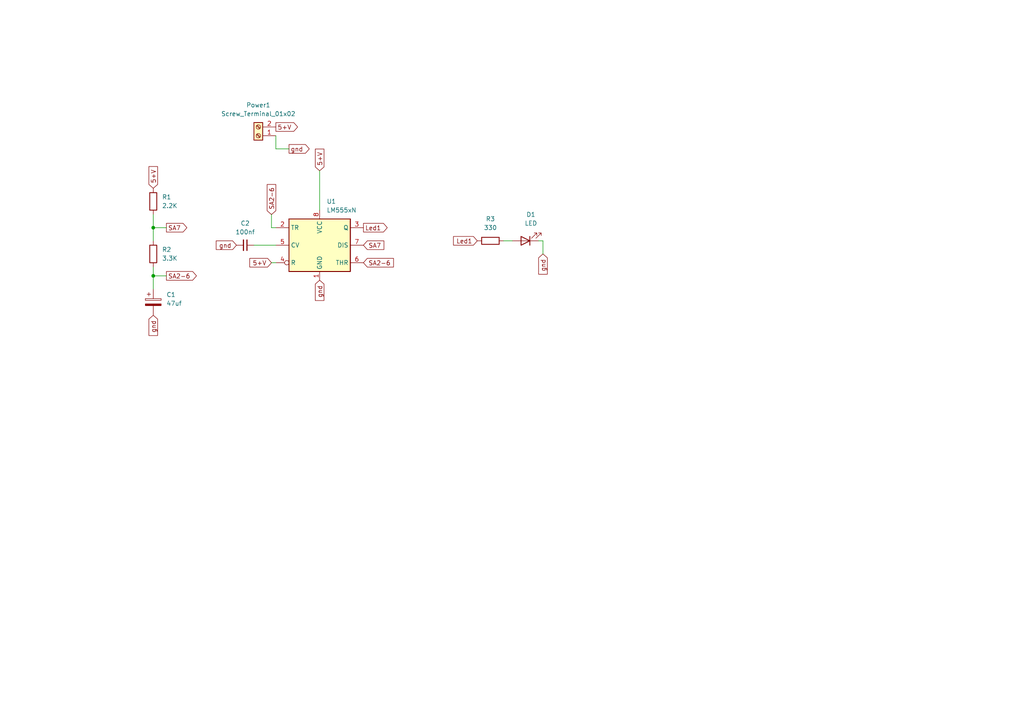
<source format=kicad_sch>
(kicad_sch (version 20211123) (generator eeschema)

  (uuid 63ca3b50-e810-4069-998d-78d5cc9db582)

  (paper "A4")

  (lib_symbols
    (symbol "Connector:Screw_Terminal_01x02" (pin_names (offset 1.016) hide) (in_bom yes) (on_board yes)
      (property "Reference" "J" (id 0) (at 0 2.54 0)
        (effects (font (size 1.27 1.27)))
      )
      (property "Value" "Screw_Terminal_01x02" (id 1) (at 0 -5.08 0)
        (effects (font (size 1.27 1.27)))
      )
      (property "Footprint" "" (id 2) (at 0 0 0)
        (effects (font (size 1.27 1.27)) hide)
      )
      (property "Datasheet" "~" (id 3) (at 0 0 0)
        (effects (font (size 1.27 1.27)) hide)
      )
      (property "ki_keywords" "screw terminal" (id 4) (at 0 0 0)
        (effects (font (size 1.27 1.27)) hide)
      )
      (property "ki_description" "Generic screw terminal, single row, 01x02, script generated (kicad-library-utils/schlib/autogen/connector/)" (id 5) (at 0 0 0)
        (effects (font (size 1.27 1.27)) hide)
      )
      (property "ki_fp_filters" "TerminalBlock*:*" (id 6) (at 0 0 0)
        (effects (font (size 1.27 1.27)) hide)
      )
      (symbol "Screw_Terminal_01x02_1_1"
        (rectangle (start -1.27 1.27) (end 1.27 -3.81)
          (stroke (width 0.254) (type default) (color 0 0 0 0))
          (fill (type background))
        )
        (circle (center 0 -2.54) (radius 0.635)
          (stroke (width 0.1524) (type default) (color 0 0 0 0))
          (fill (type none))
        )
        (polyline
          (pts
            (xy -0.5334 -2.2098)
            (xy 0.3302 -3.048)
          )
          (stroke (width 0.1524) (type default) (color 0 0 0 0))
          (fill (type none))
        )
        (polyline
          (pts
            (xy -0.5334 0.3302)
            (xy 0.3302 -0.508)
          )
          (stroke (width 0.1524) (type default) (color 0 0 0 0))
          (fill (type none))
        )
        (polyline
          (pts
            (xy -0.3556 -2.032)
            (xy 0.508 -2.8702)
          )
          (stroke (width 0.1524) (type default) (color 0 0 0 0))
          (fill (type none))
        )
        (polyline
          (pts
            (xy -0.3556 0.508)
            (xy 0.508 -0.3302)
          )
          (stroke (width 0.1524) (type default) (color 0 0 0 0))
          (fill (type none))
        )
        (circle (center 0 0) (radius 0.635)
          (stroke (width 0.1524) (type default) (color 0 0 0 0))
          (fill (type none))
        )
        (pin passive line (at -5.08 0 0) (length 3.81)
          (name "Pin_1" (effects (font (size 1.27 1.27))))
          (number "1" (effects (font (size 1.27 1.27))))
        )
        (pin passive line (at -5.08 -2.54 0) (length 3.81)
          (name "Pin_2" (effects (font (size 1.27 1.27))))
          (number "2" (effects (font (size 1.27 1.27))))
        )
      )
    )
    (symbol "Device:C_Polarized" (pin_numbers hide) (pin_names (offset 0.254)) (in_bom yes) (on_board yes)
      (property "Reference" "C" (id 0) (at 0.635 2.54 0)
        (effects (font (size 1.27 1.27)) (justify left))
      )
      (property "Value" "C_Polarized" (id 1) (at 0.635 -2.54 0)
        (effects (font (size 1.27 1.27)) (justify left))
      )
      (property "Footprint" "" (id 2) (at 0.9652 -3.81 0)
        (effects (font (size 1.27 1.27)) hide)
      )
      (property "Datasheet" "~" (id 3) (at 0 0 0)
        (effects (font (size 1.27 1.27)) hide)
      )
      (property "ki_keywords" "cap capacitor" (id 4) (at 0 0 0)
        (effects (font (size 1.27 1.27)) hide)
      )
      (property "ki_description" "Polarized capacitor" (id 5) (at 0 0 0)
        (effects (font (size 1.27 1.27)) hide)
      )
      (property "ki_fp_filters" "CP_*" (id 6) (at 0 0 0)
        (effects (font (size 1.27 1.27)) hide)
      )
      (symbol "C_Polarized_0_1"
        (rectangle (start -2.286 0.508) (end 2.286 1.016)
          (stroke (width 0) (type default) (color 0 0 0 0))
          (fill (type none))
        )
        (polyline
          (pts
            (xy -1.778 2.286)
            (xy -0.762 2.286)
          )
          (stroke (width 0) (type default) (color 0 0 0 0))
          (fill (type none))
        )
        (polyline
          (pts
            (xy -1.27 2.794)
            (xy -1.27 1.778)
          )
          (stroke (width 0) (type default) (color 0 0 0 0))
          (fill (type none))
        )
        (rectangle (start 2.286 -0.508) (end -2.286 -1.016)
          (stroke (width 0) (type default) (color 0 0 0 0))
          (fill (type outline))
        )
      )
      (symbol "C_Polarized_1_1"
        (pin passive line (at 0 3.81 270) (length 2.794)
          (name "~" (effects (font (size 1.27 1.27))))
          (number "1" (effects (font (size 1.27 1.27))))
        )
        (pin passive line (at 0 -3.81 90) (length 2.794)
          (name "~" (effects (font (size 1.27 1.27))))
          (number "2" (effects (font (size 1.27 1.27))))
        )
      )
    )
    (symbol "Device:C_Small" (pin_numbers hide) (pin_names (offset 0.254) hide) (in_bom yes) (on_board yes)
      (property "Reference" "C" (id 0) (at 0.254 1.778 0)
        (effects (font (size 1.27 1.27)) (justify left))
      )
      (property "Value" "C_Small" (id 1) (at 0.254 -2.032 0)
        (effects (font (size 1.27 1.27)) (justify left))
      )
      (property "Footprint" "" (id 2) (at 0 0 0)
        (effects (font (size 1.27 1.27)) hide)
      )
      (property "Datasheet" "~" (id 3) (at 0 0 0)
        (effects (font (size 1.27 1.27)) hide)
      )
      (property "ki_keywords" "capacitor cap" (id 4) (at 0 0 0)
        (effects (font (size 1.27 1.27)) hide)
      )
      (property "ki_description" "Unpolarized capacitor, small symbol" (id 5) (at 0 0 0)
        (effects (font (size 1.27 1.27)) hide)
      )
      (property "ki_fp_filters" "C_*" (id 6) (at 0 0 0)
        (effects (font (size 1.27 1.27)) hide)
      )
      (symbol "C_Small_0_1"
        (polyline
          (pts
            (xy -1.524 -0.508)
            (xy 1.524 -0.508)
          )
          (stroke (width 0.3302) (type default) (color 0 0 0 0))
          (fill (type none))
        )
        (polyline
          (pts
            (xy -1.524 0.508)
            (xy 1.524 0.508)
          )
          (stroke (width 0.3048) (type default) (color 0 0 0 0))
          (fill (type none))
        )
      )
      (symbol "C_Small_1_1"
        (pin passive line (at 0 2.54 270) (length 2.032)
          (name "~" (effects (font (size 1.27 1.27))))
          (number "1" (effects (font (size 1.27 1.27))))
        )
        (pin passive line (at 0 -2.54 90) (length 2.032)
          (name "~" (effects (font (size 1.27 1.27))))
          (number "2" (effects (font (size 1.27 1.27))))
        )
      )
    )
    (symbol "Device:LED" (pin_numbers hide) (pin_names (offset 1.016) hide) (in_bom yes) (on_board yes)
      (property "Reference" "D" (id 0) (at 0 2.54 0)
        (effects (font (size 1.27 1.27)))
      )
      (property "Value" "LED" (id 1) (at 0 -2.54 0)
        (effects (font (size 1.27 1.27)))
      )
      (property "Footprint" "" (id 2) (at 0 0 0)
        (effects (font (size 1.27 1.27)) hide)
      )
      (property "Datasheet" "~" (id 3) (at 0 0 0)
        (effects (font (size 1.27 1.27)) hide)
      )
      (property "ki_keywords" "LED diode" (id 4) (at 0 0 0)
        (effects (font (size 1.27 1.27)) hide)
      )
      (property "ki_description" "Light emitting diode" (id 5) (at 0 0 0)
        (effects (font (size 1.27 1.27)) hide)
      )
      (property "ki_fp_filters" "LED* LED_SMD:* LED_THT:*" (id 6) (at 0 0 0)
        (effects (font (size 1.27 1.27)) hide)
      )
      (symbol "LED_0_1"
        (polyline
          (pts
            (xy -1.27 -1.27)
            (xy -1.27 1.27)
          )
          (stroke (width 0.254) (type default) (color 0 0 0 0))
          (fill (type none))
        )
        (polyline
          (pts
            (xy -1.27 0)
            (xy 1.27 0)
          )
          (stroke (width 0) (type default) (color 0 0 0 0))
          (fill (type none))
        )
        (polyline
          (pts
            (xy 1.27 -1.27)
            (xy 1.27 1.27)
            (xy -1.27 0)
            (xy 1.27 -1.27)
          )
          (stroke (width 0.254) (type default) (color 0 0 0 0))
          (fill (type none))
        )
        (polyline
          (pts
            (xy -3.048 -0.762)
            (xy -4.572 -2.286)
            (xy -3.81 -2.286)
            (xy -4.572 -2.286)
            (xy -4.572 -1.524)
          )
          (stroke (width 0) (type default) (color 0 0 0 0))
          (fill (type none))
        )
        (polyline
          (pts
            (xy -1.778 -0.762)
            (xy -3.302 -2.286)
            (xy -2.54 -2.286)
            (xy -3.302 -2.286)
            (xy -3.302 -1.524)
          )
          (stroke (width 0) (type default) (color 0 0 0 0))
          (fill (type none))
        )
      )
      (symbol "LED_1_1"
        (pin passive line (at -3.81 0 0) (length 2.54)
          (name "K" (effects (font (size 1.27 1.27))))
          (number "1" (effects (font (size 1.27 1.27))))
        )
        (pin passive line (at 3.81 0 180) (length 2.54)
          (name "A" (effects (font (size 1.27 1.27))))
          (number "2" (effects (font (size 1.27 1.27))))
        )
      )
    )
    (symbol "Device:R" (pin_numbers hide) (pin_names (offset 0)) (in_bom yes) (on_board yes)
      (property "Reference" "R" (id 0) (at 2.032 0 90)
        (effects (font (size 1.27 1.27)))
      )
      (property "Value" "R" (id 1) (at 0 0 90)
        (effects (font (size 1.27 1.27)))
      )
      (property "Footprint" "" (id 2) (at -1.778 0 90)
        (effects (font (size 1.27 1.27)) hide)
      )
      (property "Datasheet" "~" (id 3) (at 0 0 0)
        (effects (font (size 1.27 1.27)) hide)
      )
      (property "ki_keywords" "R res resistor" (id 4) (at 0 0 0)
        (effects (font (size 1.27 1.27)) hide)
      )
      (property "ki_description" "Resistor" (id 5) (at 0 0 0)
        (effects (font (size 1.27 1.27)) hide)
      )
      (property "ki_fp_filters" "R_*" (id 6) (at 0 0 0)
        (effects (font (size 1.27 1.27)) hide)
      )
      (symbol "R_0_1"
        (rectangle (start -1.016 -2.54) (end 1.016 2.54)
          (stroke (width 0.254) (type default) (color 0 0 0 0))
          (fill (type none))
        )
      )
      (symbol "R_1_1"
        (pin passive line (at 0 3.81 270) (length 1.27)
          (name "~" (effects (font (size 1.27 1.27))))
          (number "1" (effects (font (size 1.27 1.27))))
        )
        (pin passive line (at 0 -3.81 90) (length 1.27)
          (name "~" (effects (font (size 1.27 1.27))))
          (number "2" (effects (font (size 1.27 1.27))))
        )
      )
    )
    (symbol "Timer:LM555xN" (in_bom yes) (on_board yes)
      (property "Reference" "U" (id 0) (at -10.16 8.89 0)
        (effects (font (size 1.27 1.27)) (justify left))
      )
      (property "Value" "LM555xN" (id 1) (at 2.54 8.89 0)
        (effects (font (size 1.27 1.27)) (justify left))
      )
      (property "Footprint" "Package_DIP:DIP-8_W7.62mm" (id 2) (at 16.51 -10.16 0)
        (effects (font (size 1.27 1.27)) hide)
      )
      (property "Datasheet" "http://www.ti.com/lit/ds/symlink/lm555.pdf" (id 3) (at 21.59 -10.16 0)
        (effects (font (size 1.27 1.27)) hide)
      )
      (property "ki_keywords" "single timer 555" (id 4) (at 0 0 0)
        (effects (font (size 1.27 1.27)) hide)
      )
      (property "ki_description" "Timer, 555 compatible, PDIP-8" (id 5) (at 0 0 0)
        (effects (font (size 1.27 1.27)) hide)
      )
      (property "ki_fp_filters" "DIP*W7.62mm*" (id 6) (at 0 0 0)
        (effects (font (size 1.27 1.27)) hide)
      )
      (symbol "LM555xN_0_0"
        (pin power_in line (at 0 -10.16 90) (length 2.54)
          (name "GND" (effects (font (size 1.27 1.27))))
          (number "1" (effects (font (size 1.27 1.27))))
        )
        (pin power_in line (at 0 10.16 270) (length 2.54)
          (name "VCC" (effects (font (size 1.27 1.27))))
          (number "8" (effects (font (size 1.27 1.27))))
        )
      )
      (symbol "LM555xN_0_1"
        (rectangle (start -8.89 -7.62) (end 8.89 7.62)
          (stroke (width 0.254) (type default) (color 0 0 0 0))
          (fill (type background))
        )
        (rectangle (start -8.89 -7.62) (end 8.89 7.62)
          (stroke (width 0.254) (type default) (color 0 0 0 0))
          (fill (type background))
        )
      )
      (symbol "LM555xN_1_1"
        (pin input line (at -12.7 5.08 0) (length 3.81)
          (name "TR" (effects (font (size 1.27 1.27))))
          (number "2" (effects (font (size 1.27 1.27))))
        )
        (pin output line (at 12.7 5.08 180) (length 3.81)
          (name "Q" (effects (font (size 1.27 1.27))))
          (number "3" (effects (font (size 1.27 1.27))))
        )
        (pin input inverted (at -12.7 -5.08 0) (length 3.81)
          (name "R" (effects (font (size 1.27 1.27))))
          (number "4" (effects (font (size 1.27 1.27))))
        )
        (pin input line (at -12.7 0 0) (length 3.81)
          (name "CV" (effects (font (size 1.27 1.27))))
          (number "5" (effects (font (size 1.27 1.27))))
        )
        (pin input line (at 12.7 -5.08 180) (length 3.81)
          (name "THR" (effects (font (size 1.27 1.27))))
          (number "6" (effects (font (size 1.27 1.27))))
        )
        (pin input line (at 12.7 0 180) (length 3.81)
          (name "DIS" (effects (font (size 1.27 1.27))))
          (number "7" (effects (font (size 1.27 1.27))))
        )
      )
    )
  )

  (junction (at 44.45 66.04) (diameter 0) (color 0 0 0 0)
    (uuid 2cffeba7-f7b7-40fa-acb7-912a37565210)
  )
  (junction (at 44.45 80.01) (diameter 0) (color 0 0 0 0)
    (uuid eef0e7c7-68d5-40db-a6bd-1fa10055d6d9)
  )

  (wire (pts (xy 92.71 49.53) (xy 92.71 60.96))
    (stroke (width 0) (type default) (color 0 0 0 0))
    (uuid 23b9fc86-ceb5-4e0a-ad3b-a85e280a741a)
  )
  (wire (pts (xy 78.74 76.2) (xy 80.01 76.2))
    (stroke (width 0) (type default) (color 0 0 0 0))
    (uuid 294a721d-1d76-433f-930d-173fb990ae65)
  )
  (wire (pts (xy 80.01 39.37) (xy 80.01 43.18))
    (stroke (width 0) (type default) (color 0 0 0 0))
    (uuid 3aac3690-8a1a-4b3f-a6a2-2b5a94f786df)
  )
  (wire (pts (xy 78.74 66.04) (xy 78.74 62.23))
    (stroke (width 0) (type default) (color 0 0 0 0))
    (uuid 3dde6c69-d99f-490b-87e0-ab61a45de986)
  )
  (wire (pts (xy 44.45 66.04) (xy 44.45 69.85))
    (stroke (width 0) (type default) (color 0 0 0 0))
    (uuid 5520606b-37e7-4851-9737-86bae831adf9)
  )
  (wire (pts (xy 44.45 77.47) (xy 44.45 80.01))
    (stroke (width 0) (type default) (color 0 0 0 0))
    (uuid 5eeee8b5-af60-4ed9-8c81-053ffbe5e928)
  )
  (wire (pts (xy 80.01 43.18) (xy 83.82 43.18))
    (stroke (width 0) (type default) (color 0 0 0 0))
    (uuid 73530aa1-38ad-4607-8569-64749f79d506)
  )
  (wire (pts (xy 44.45 80.01) (xy 48.26 80.01))
    (stroke (width 0) (type default) (color 0 0 0 0))
    (uuid 77ed262f-3770-4e54-a0bd-fc8a226637b2)
  )
  (wire (pts (xy 73.66 71.12) (xy 80.01 71.12))
    (stroke (width 0) (type default) (color 0 0 0 0))
    (uuid 7b29bef0-7d3f-4be2-88c2-8b2e0cfe305f)
  )
  (wire (pts (xy 146.05 69.85) (xy 148.59 69.85))
    (stroke (width 0) (type default) (color 0 0 0 0))
    (uuid 7bdf08fa-e5c0-48a5-80ae-7daa01cdad77)
  )
  (wire (pts (xy 157.48 73.66) (xy 157.48 69.85))
    (stroke (width 0) (type default) (color 0 0 0 0))
    (uuid 8e163020-4182-4aea-8a2e-90c806b5cb49)
  )
  (wire (pts (xy 80.01 66.04) (xy 78.74 66.04))
    (stroke (width 0) (type default) (color 0 0 0 0))
    (uuid 9941dc14-be5c-469c-b7df-01e0668d3ca2)
  )
  (wire (pts (xy 44.45 62.23) (xy 44.45 66.04))
    (stroke (width 0) (type default) (color 0 0 0 0))
    (uuid b0c4b628-a653-428c-a032-1c61c0d09de9)
  )
  (wire (pts (xy 44.45 80.01) (xy 44.45 83.82))
    (stroke (width 0) (type default) (color 0 0 0 0))
    (uuid c2c982df-ddf9-4424-aa9b-37492c6e590b)
  )
  (wire (pts (xy 44.45 66.04) (xy 48.26 66.04))
    (stroke (width 0) (type default) (color 0 0 0 0))
    (uuid d4089453-110d-4e51-bc4e-c9fa8f69c50f)
  )
  (wire (pts (xy 157.48 69.85) (xy 156.21 69.85))
    (stroke (width 0) (type default) (color 0 0 0 0))
    (uuid dd43e953-139f-46cc-8401-5f2ecf281bda)
  )

  (global_label "SA2-6" (shape input) (at 78.74 62.23 90) (fields_autoplaced)
    (effects (font (size 1.27 1.27)) (justify left))
    (uuid 1cb456cb-4a3d-4c53-90d2-dd79dcb1155a)
    (property "Intersheet References" "${INTERSHEET_REFS}" (id 0) (at 78.6606 53.5274 90)
      (effects (font (size 1.27 1.27)) (justify left) hide)
    )
  )
  (global_label "Led1" (shape input) (at 138.43 69.85 180) (fields_autoplaced)
    (effects (font (size 1.27 1.27)) (justify right))
    (uuid 4e7db004-dcf1-4f27-9b7e-92d0bdeed1e2)
    (property "Intersheet References" "${INTERSHEET_REFS}" (id 0) (at 131.5417 69.7706 0)
      (effects (font (size 1.27 1.27)) (justify right) hide)
    )
  )
  (global_label "gnd" (shape input) (at 157.48 73.66 270) (fields_autoplaced)
    (effects (font (size 1.27 1.27)) (justify right))
    (uuid 616eba27-717c-4680-9a9e-880abfcd0140)
    (property "Intersheet References" "${INTERSHEET_REFS}" (id 0) (at 157.4006 79.5202 90)
      (effects (font (size 1.27 1.27)) (justify right) hide)
    )
  )
  (global_label "5+V" (shape input) (at 44.45 54.61 90) (fields_autoplaced)
    (effects (font (size 1.27 1.27)) (justify left))
    (uuid 6d44303a-853c-4dd0-a8b8-847a5f586853)
    (property "Intersheet References" "${INTERSHEET_REFS}" (id 0) (at 44.3706 48.3264 90)
      (effects (font (size 1.27 1.27)) (justify left) hide)
    )
  )
  (global_label "gnd" (shape output) (at 83.82 43.18 0) (fields_autoplaced)
    (effects (font (size 1.27 1.27)) (justify left))
    (uuid 72864154-7fec-4b25-a3d1-4f5dd130a984)
    (property "Intersheet References" "${INTERSHEET_REFS}" (id 0) (at 89.6802 43.1006 0)
      (effects (font (size 1.27 1.27)) (justify left) hide)
    )
  )
  (global_label "SA7" (shape output) (at 48.26 66.04 0) (fields_autoplaced)
    (effects (font (size 1.27 1.27)) (justify left))
    (uuid 8603de12-815b-4cf5-b391-6d2b4b94e58c)
    (property "Intersheet References" "${INTERSHEET_REFS}" (id 0) (at 54.1807 65.9606 0)
      (effects (font (size 1.27 1.27)) (justify left) hide)
    )
  )
  (global_label "gnd" (shape input) (at 92.71 81.28 270) (fields_autoplaced)
    (effects (font (size 1.27 1.27)) (justify right))
    (uuid 9119f78d-63ab-44ca-89f5-a31cc669038f)
    (property "Intersheet References" "${INTERSHEET_REFS}" (id 0) (at 92.6306 87.1402 90)
      (effects (font (size 1.27 1.27)) (justify right) hide)
    )
  )
  (global_label "gnd" (shape input) (at 68.58 71.12 180) (fields_autoplaced)
    (effects (font (size 1.27 1.27)) (justify right))
    (uuid 91ca7d3f-fcad-44ef-bd8a-19d08a09f453)
    (property "Intersheet References" "${INTERSHEET_REFS}" (id 0) (at 62.7198 71.0406 0)
      (effects (font (size 1.27 1.27)) (justify right) hide)
    )
  )
  (global_label "Led1" (shape output) (at 105.41 66.04 0) (fields_autoplaced)
    (effects (font (size 1.27 1.27)) (justify left))
    (uuid a7ad7a51-93b0-4f9e-ab00-ebcce12ed5f6)
    (property "Intersheet References" "${INTERSHEET_REFS}" (id 0) (at 112.2983 65.9606 0)
      (effects (font (size 1.27 1.27)) (justify left) hide)
    )
  )
  (global_label "SA2-6" (shape output) (at 48.26 80.01 0) (fields_autoplaced)
    (effects (font (size 1.27 1.27)) (justify left))
    (uuid bbb34e9a-e0c1-495f-8a17-c34565b3a8af)
    (property "Intersheet References" "${INTERSHEET_REFS}" (id 0) (at 56.9626 79.9306 0)
      (effects (font (size 1.27 1.27)) (justify left) hide)
    )
  )
  (global_label "SA2-6" (shape input) (at 105.41 76.2 0) (fields_autoplaced)
    (effects (font (size 1.27 1.27)) (justify left))
    (uuid c2413bea-23c2-443f-b3a4-53112ef6f815)
    (property "Intersheet References" "${INTERSHEET_REFS}" (id 0) (at 114.1126 76.1206 0)
      (effects (font (size 1.27 1.27)) (justify left) hide)
    )
  )
  (global_label "5+V" (shape input) (at 92.71 49.53 90) (fields_autoplaced)
    (effects (font (size 1.27 1.27)) (justify left))
    (uuid c2ab53ad-3169-4bff-bab8-d1ab06209a98)
    (property "Intersheet References" "${INTERSHEET_REFS}" (id 0) (at 92.6306 43.2464 90)
      (effects (font (size 1.27 1.27)) (justify left) hide)
    )
  )
  (global_label "5+V" (shape input) (at 78.74 76.2 180) (fields_autoplaced)
    (effects (font (size 1.27 1.27)) (justify right))
    (uuid c9dc7fe6-7b4e-4d16-b127-64707a8cdaca)
    (property "Intersheet References" "${INTERSHEET_REFS}" (id 0) (at 72.4564 76.2794 0)
      (effects (font (size 1.27 1.27)) (justify right) hide)
    )
  )
  (global_label "SA7" (shape input) (at 105.41 71.12 0) (fields_autoplaced)
    (effects (font (size 1.27 1.27)) (justify left))
    (uuid cfb84e06-3291-412c-a7d2-5c8c568a0ce3)
    (property "Intersheet References" "${INTERSHEET_REFS}" (id 0) (at 111.3307 71.0406 0)
      (effects (font (size 1.27 1.27)) (justify left) hide)
    )
  )
  (global_label "5+V" (shape output) (at 80.01 36.83 0) (fields_autoplaced)
    (effects (font (size 1.27 1.27)) (justify left))
    (uuid f61cc16f-eec8-4fcd-a597-785b0ebe771d)
    (property "Intersheet References" "${INTERSHEET_REFS}" (id 0) (at 86.2936 36.7506 0)
      (effects (font (size 1.27 1.27)) (justify left) hide)
    )
  )
  (global_label "gnd" (shape input) (at 44.45 91.44 270) (fields_autoplaced)
    (effects (font (size 1.27 1.27)) (justify right))
    (uuid f6701f25-df20-4d1c-96c8-bf03326bd16f)
    (property "Intersheet References" "${INTERSHEET_REFS}" (id 0) (at 44.5294 97.3002 90)
      (effects (font (size 1.27 1.27)) (justify right) hide)
    )
  )

  (symbol (lib_id "Device:C_Polarized") (at 44.45 87.63 0) (unit 1)
    (in_bom yes) (on_board yes) (fields_autoplaced)
    (uuid 176976d2-c469-4fa7-8cb1-8a69574eae8d)
    (property "Reference" "C1" (id 0) (at 48.26 85.4709 0)
      (effects (font (size 1.27 1.27)) (justify left))
    )
    (property "Value" "47uf" (id 1) (at 48.26 88.0109 0)
      (effects (font (size 1.27 1.27)) (justify left))
    )
    (property "Footprint" "Capacitor_THT:CP_Radial_D8.0mm_P5.00mm" (id 2) (at 45.4152 91.44 0)
      (effects (font (size 1.27 1.27)) hide)
    )
    (property "Datasheet" "~" (id 3) (at 44.45 87.63 0)
      (effects (font (size 1.27 1.27)) hide)
    )
    (pin "1" (uuid 4e8b4370-cab4-4d00-bbbb-e6671e169e15))
    (pin "2" (uuid 082a5912-c1eb-40de-8732-0493bf036b2f))
  )

  (symbol (lib_id "Device:C_Small") (at 71.12 71.12 270) (unit 1)
    (in_bom yes) (on_board yes) (fields_autoplaced)
    (uuid 327933e7-ba42-4c6b-bc00-eb625e393a18)
    (property "Reference" "C2" (id 0) (at 71.1136 64.77 90))
    (property "Value" "100nf" (id 1) (at 71.1136 67.31 90))
    (property "Footprint" "Capacitor_THT:C_Axial_L5.1mm_D3.1mm_P10.00mm_Horizontal" (id 2) (at 71.12 71.12 0)
      (effects (font (size 1.27 1.27)) hide)
    )
    (property "Datasheet" "~" (id 3) (at 71.12 71.12 0)
      (effects (font (size 1.27 1.27)) hide)
    )
    (pin "1" (uuid 3b0bfe90-7b04-4517-a6d0-9921c20e6d86))
    (pin "2" (uuid 9982d057-8545-47d6-8afa-486ff7ac26b8))
  )

  (symbol (lib_id "Device:R") (at 44.45 58.42 0) (unit 1)
    (in_bom yes) (on_board yes) (fields_autoplaced)
    (uuid 57e77c98-fd93-48f7-92f7-75d75820bc59)
    (property "Reference" "R1" (id 0) (at 46.99 57.1499 0)
      (effects (font (size 1.27 1.27)) (justify left))
    )
    (property "Value" "2.2K" (id 1) (at 46.99 59.6899 0)
      (effects (font (size 1.27 1.27)) (justify left))
    )
    (property "Footprint" "Resistor_THT:R_Axial_DIN0207_L6.3mm_D2.5mm_P15.24mm_Horizontal" (id 2) (at 42.672 58.42 90)
      (effects (font (size 1.27 1.27)) hide)
    )
    (property "Datasheet" "~" (id 3) (at 44.45 58.42 0)
      (effects (font (size 1.27 1.27)) hide)
    )
    (pin "1" (uuid bca3b076-0982-46ae-8dc4-52513fff5be5))
    (pin "2" (uuid a2899d08-1ded-4603-b33f-76e891155d1f))
  )

  (symbol (lib_id "Connector:Screw_Terminal_01x02") (at 74.93 39.37 180) (unit 1)
    (in_bom yes) (on_board yes) (fields_autoplaced)
    (uuid 800df797-5a5b-4b64-841d-93f8a16497e3)
    (property "Reference" "Power1" (id 0) (at 74.93 30.48 0))
    (property "Value" "Screw_Terminal_01x02" (id 1) (at 74.93 33.02 0))
    (property "Footprint" "TerminalBlock:TerminalBlock_bornier-2_P5.08mm" (id 2) (at 74.93 39.37 0)
      (effects (font (size 1.27 1.27)) hide)
    )
    (property "Datasheet" "~" (id 3) (at 74.93 39.37 0)
      (effects (font (size 1.27 1.27)) hide)
    )
    (pin "1" (uuid 95de34fe-9e95-42d5-bc05-d7f5b3f00244))
    (pin "2" (uuid e02ff4fe-3d90-401e-a4d3-c0989516e7f5))
  )

  (symbol (lib_id "Device:R") (at 142.24 69.85 90) (unit 1)
    (in_bom yes) (on_board yes) (fields_autoplaced)
    (uuid 98a0669e-4b51-4c20-b86e-c7e884aeefe0)
    (property "Reference" "R3" (id 0) (at 142.24 63.5 90))
    (property "Value" "330" (id 1) (at 142.24 66.04 90))
    (property "Footprint" "Resistor_THT:R_Axial_DIN0207_L6.3mm_D2.5mm_P15.24mm_Horizontal" (id 2) (at 142.24 71.628 90)
      (effects (font (size 1.27 1.27)) hide)
    )
    (property "Datasheet" "~" (id 3) (at 142.24 69.85 0)
      (effects (font (size 1.27 1.27)) hide)
    )
    (pin "1" (uuid 7aa281a7-2396-4e97-af81-ab2873bb5dea))
    (pin "2" (uuid d1796db2-75e8-4158-a1cc-c763b64b4d95))
  )

  (symbol (lib_id "Timer:LM555xN") (at 92.71 71.12 0) (unit 1)
    (in_bom yes) (on_board yes) (fields_autoplaced)
    (uuid a194eefd-0700-4a64-aaaf-3b94980f6465)
    (property "Reference" "U1" (id 0) (at 94.7294 58.42 0)
      (effects (font (size 1.27 1.27)) (justify left))
    )
    (property "Value" "LM555xN" (id 1) (at 94.7294 60.96 0)
      (effects (font (size 1.27 1.27)) (justify left))
    )
    (property "Footprint" "Package_DIP:DIP-8_W7.62mm" (id 2) (at 109.22 81.28 0)
      (effects (font (size 1.27 1.27)) hide)
    )
    (property "Datasheet" "http://www.ti.com/lit/ds/symlink/lm555.pdf" (id 3) (at 114.3 81.28 0)
      (effects (font (size 1.27 1.27)) hide)
    )
    (pin "1" (uuid 1e0f9d4d-ab0a-4eb7-b2ff-47bc5319cdde))
    (pin "8" (uuid e578acbc-b878-4e58-8c4a-5000e6a74a39))
    (pin "2" (uuid 21b8a8e2-e18d-4bf6-b534-ecd8ec25ded8))
    (pin "3" (uuid f3f9ea18-7779-42b7-a350-7b3c0c12d9a6))
    (pin "4" (uuid 5edd184f-f09d-4bfa-bb8e-5b9057ca04ec))
    (pin "5" (uuid 317f3f2a-aa51-4653-84e7-44c17eab1ea0))
    (pin "6" (uuid a3e64018-6505-41ad-b5b7-715aaad0fa5e))
    (pin "7" (uuid 4beb8e46-69ad-44e7-921b-0eef82d1a4d0))
  )

  (symbol (lib_id "Device:LED") (at 152.4 69.85 180) (unit 1)
    (in_bom yes) (on_board yes) (fields_autoplaced)
    (uuid d3739cff-b177-4a9d-afe6-bb9a27ff2635)
    (property "Reference" "D1" (id 0) (at 153.9875 62.23 0))
    (property "Value" "LED" (id 1) (at 153.9875 64.77 0))
    (property "Footprint" "LED_THT:LED_D3.0mm" (id 2) (at 152.4 69.85 0)
      (effects (font (size 1.27 1.27)) hide)
    )
    (property "Datasheet" "~" (id 3) (at 152.4 69.85 0)
      (effects (font (size 1.27 1.27)) hide)
    )
    (pin "1" (uuid 58981a78-1dc8-456d-a738-48479a54bdc8))
    (pin "2" (uuid 55a4f034-0f8a-4f29-be0c-6041e9956529))
  )

  (symbol (lib_id "Device:R") (at 44.45 73.66 0) (unit 1)
    (in_bom yes) (on_board yes) (fields_autoplaced)
    (uuid f835846b-f735-4643-b410-1930a0803718)
    (property "Reference" "R2" (id 0) (at 46.99 72.3899 0)
      (effects (font (size 1.27 1.27)) (justify left))
    )
    (property "Value" "3.3K" (id 1) (at 46.99 74.9299 0)
      (effects (font (size 1.27 1.27)) (justify left))
    )
    (property "Footprint" "Resistor_THT:R_Axial_DIN0207_L6.3mm_D2.5mm_P15.24mm_Horizontal" (id 2) (at 42.672 73.66 90)
      (effects (font (size 1.27 1.27)) hide)
    )
    (property "Datasheet" "~" (id 3) (at 44.45 73.66 0)
      (effects (font (size 1.27 1.27)) hide)
    )
    (pin "1" (uuid 0bb69596-61e7-4599-a2c6-76aedffc42b8))
    (pin "2" (uuid 8966aad1-7412-4b61-9b76-bf82c602ea70))
  )

  (sheet_instances
    (path "/" (page "1"))
  )

  (symbol_instances
    (path "/176976d2-c469-4fa7-8cb1-8a69574eae8d"
      (reference "C1") (unit 1) (value "47uf") (footprint "Capacitor_THT:CP_Radial_D8.0mm_P5.00mm")
    )
    (path "/327933e7-ba42-4c6b-bc00-eb625e393a18"
      (reference "C2") (unit 1) (value "100nf") (footprint "Capacitor_THT:C_Axial_L5.1mm_D3.1mm_P10.00mm_Horizontal")
    )
    (path "/d3739cff-b177-4a9d-afe6-bb9a27ff2635"
      (reference "D1") (unit 1) (value "LED") (footprint "LED_THT:LED_D3.0mm")
    )
    (path "/800df797-5a5b-4b64-841d-93f8a16497e3"
      (reference "Power1") (unit 1) (value "Screw_Terminal_01x02") (footprint "TerminalBlock:TerminalBlock_bornier-2_P5.08mm")
    )
    (path "/57e77c98-fd93-48f7-92f7-75d75820bc59"
      (reference "R1") (unit 1) (value "2.2K") (footprint "Resistor_THT:R_Axial_DIN0207_L6.3mm_D2.5mm_P15.24mm_Horizontal")
    )
    (path "/f835846b-f735-4643-b410-1930a0803718"
      (reference "R2") (unit 1) (value "3.3K") (footprint "Resistor_THT:R_Axial_DIN0207_L6.3mm_D2.5mm_P15.24mm_Horizontal")
    )
    (path "/98a0669e-4b51-4c20-b86e-c7e884aeefe0"
      (reference "R3") (unit 1) (value "330") (footprint "Resistor_THT:R_Axial_DIN0207_L6.3mm_D2.5mm_P15.24mm_Horizontal")
    )
    (path "/a194eefd-0700-4a64-aaaf-3b94980f6465"
      (reference "U1") (unit 1) (value "LM555xN") (footprint "Package_DIP:DIP-8_W7.62mm")
    )
  )
)

</source>
